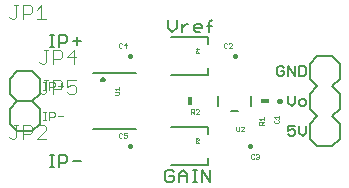
<source format=gbr>
G04 EAGLE Gerber RS-274X export*
G75*
%MOMM*%
%FSLAX34Y34*%
%LPD*%
%INSilkscreen Top*%
%IPPOS*%
%AMOC8*
5,1,8,0,0,1.08239X$1,22.5*%
G01*
%ADD10C,0.152400*%
%ADD11C,0.203200*%
%ADD12C,0.101600*%
%ADD13C,0.025400*%
%ADD14R,0.711200X0.406400*%
%ADD15R,0.406400X0.711200*%
%ADD16C,0.406400*%


D10*
X245159Y104485D02*
X243718Y105925D01*
X240837Y105925D01*
X239396Y104485D01*
X239396Y98723D01*
X240837Y97282D01*
X243718Y97282D01*
X245159Y98723D01*
X245159Y101604D01*
X242278Y101604D01*
X248752Y105925D02*
X248752Y97282D01*
X254514Y97282D02*
X248752Y105925D01*
X254514Y105925D02*
X254514Y97282D01*
X258107Y97282D02*
X258107Y105925D01*
X258107Y97282D02*
X262429Y97282D01*
X263869Y98723D01*
X263869Y104485D01*
X262429Y105925D01*
X258107Y105925D01*
X248752Y80525D02*
X248752Y74763D01*
X251633Y71882D01*
X254514Y74763D01*
X254514Y80525D01*
X259547Y71882D02*
X262429Y71882D01*
X263869Y73323D01*
X263869Y76204D01*
X262429Y77644D01*
X259547Y77644D01*
X258107Y76204D01*
X258107Y73323D01*
X259547Y71882D01*
X254514Y55125D02*
X248752Y55125D01*
X248752Y50804D01*
X251633Y52244D01*
X253073Y52244D01*
X254514Y50804D01*
X254514Y47923D01*
X253073Y46482D01*
X250192Y46482D01*
X248752Y47923D01*
X258107Y49363D02*
X258107Y55125D01*
X258107Y49363D02*
X260988Y46482D01*
X263869Y49363D01*
X263869Y55125D01*
D11*
X151644Y16264D02*
X149865Y18043D01*
X146306Y18043D01*
X144526Y16264D01*
X144526Y9146D01*
X146306Y7366D01*
X149865Y7366D01*
X151644Y9146D01*
X151644Y12705D01*
X148085Y12705D01*
X156220Y14484D02*
X156220Y7366D01*
X156220Y14484D02*
X159779Y18043D01*
X163338Y14484D01*
X163338Y7366D01*
X163338Y12705D02*
X156220Y12705D01*
X167914Y7366D02*
X171473Y7366D01*
X169693Y7366D02*
X169693Y18043D01*
X167914Y18043D02*
X171473Y18043D01*
X175710Y18043D02*
X175710Y7366D01*
X182828Y7366D02*
X175710Y18043D01*
X182828Y18043D02*
X182828Y7366D01*
X147066Y137925D02*
X147066Y145043D01*
X147066Y137925D02*
X150625Y134366D01*
X154184Y137925D01*
X154184Y145043D01*
X158760Y141484D02*
X158760Y134366D01*
X158760Y137925D02*
X162319Y141484D01*
X164099Y141484D01*
X170284Y134366D02*
X173844Y134366D01*
X170284Y134366D02*
X168505Y136146D01*
X168505Y139705D01*
X170284Y141484D01*
X173844Y141484D01*
X175623Y139705D01*
X175623Y137925D01*
X168505Y137925D01*
X181978Y134366D02*
X181978Y143264D01*
X183758Y145043D01*
X183758Y139705D02*
X180199Y139705D01*
X50295Y121666D02*
X46736Y121666D01*
X48516Y121666D02*
X48516Y132343D01*
X50295Y132343D02*
X46736Y132343D01*
X54532Y132343D02*
X54532Y121666D01*
X54532Y132343D02*
X59871Y132343D01*
X61650Y130564D01*
X61650Y127005D01*
X59871Y125225D01*
X54532Y125225D01*
X66226Y127005D02*
X73344Y127005D01*
X69785Y130564D02*
X69785Y123446D01*
X50295Y20066D02*
X46736Y20066D01*
X48516Y20066D02*
X48516Y30743D01*
X50295Y30743D02*
X46736Y30743D01*
X54532Y30743D02*
X54532Y20066D01*
X54532Y30743D02*
X59871Y30743D01*
X61650Y28964D01*
X61650Y25405D01*
X59871Y23625D01*
X54532Y23625D01*
X66226Y25405D02*
X73344Y25405D01*
D12*
X43521Y60198D02*
X41148Y60198D01*
X42334Y60198D02*
X42334Y67316D01*
X41148Y67316D02*
X43521Y67316D01*
X46137Y67316D02*
X46137Y60198D01*
X46137Y67316D02*
X49696Y67316D01*
X50883Y66130D01*
X50883Y63757D01*
X49696Y62571D01*
X46137Y62571D01*
X53622Y63757D02*
X58367Y63757D01*
X43521Y85598D02*
X41148Y85598D01*
X42334Y85598D02*
X42334Y92716D01*
X41148Y92716D02*
X43521Y92716D01*
X46137Y92716D02*
X46137Y85598D01*
X46137Y92716D02*
X49696Y92716D01*
X50883Y91530D01*
X50883Y89157D01*
X49696Y87971D01*
X46137Y87971D01*
X53622Y89157D02*
X58367Y89157D01*
X55994Y91530D02*
X55994Y86784D01*
D10*
X83570Y52580D02*
X119630Y52580D01*
X119630Y99820D02*
X83570Y99820D01*
D11*
X90258Y94234D02*
X90260Y94309D01*
X90266Y94384D01*
X90276Y94459D01*
X90289Y94533D01*
X90307Y94606D01*
X90328Y94678D01*
X90353Y94749D01*
X90382Y94818D01*
X90415Y94886D01*
X90450Y94952D01*
X90490Y95016D01*
X90532Y95078D01*
X90578Y95138D01*
X90627Y95195D01*
X90679Y95249D01*
X90733Y95301D01*
X90790Y95350D01*
X90850Y95396D01*
X90912Y95438D01*
X90976Y95478D01*
X91042Y95513D01*
X91110Y95546D01*
X91179Y95575D01*
X91250Y95600D01*
X91322Y95621D01*
X91395Y95639D01*
X91469Y95652D01*
X91544Y95662D01*
X91619Y95668D01*
X91694Y95670D01*
X91769Y95668D01*
X91844Y95662D01*
X91919Y95652D01*
X91993Y95639D01*
X92066Y95621D01*
X92138Y95600D01*
X92209Y95575D01*
X92278Y95546D01*
X92346Y95513D01*
X92412Y95478D01*
X92476Y95438D01*
X92538Y95396D01*
X92598Y95350D01*
X92655Y95301D01*
X92709Y95249D01*
X92761Y95195D01*
X92810Y95138D01*
X92856Y95078D01*
X92898Y95016D01*
X92938Y94952D01*
X92973Y94886D01*
X93006Y94818D01*
X93035Y94749D01*
X93060Y94678D01*
X93081Y94606D01*
X93099Y94533D01*
X93112Y94459D01*
X93122Y94384D01*
X93128Y94309D01*
X93130Y94234D01*
X93128Y94159D01*
X93122Y94084D01*
X93112Y94009D01*
X93099Y93935D01*
X93081Y93862D01*
X93060Y93790D01*
X93035Y93719D01*
X93006Y93650D01*
X92973Y93582D01*
X92938Y93516D01*
X92898Y93452D01*
X92856Y93390D01*
X92810Y93330D01*
X92761Y93273D01*
X92709Y93219D01*
X92655Y93167D01*
X92598Y93118D01*
X92538Y93072D01*
X92476Y93030D01*
X92412Y92990D01*
X92346Y92955D01*
X92278Y92922D01*
X92209Y92893D01*
X92138Y92868D01*
X92066Y92847D01*
X91993Y92829D01*
X91919Y92816D01*
X91844Y92806D01*
X91769Y92800D01*
X91694Y92798D01*
X91619Y92800D01*
X91544Y92806D01*
X91469Y92816D01*
X91395Y92829D01*
X91322Y92847D01*
X91250Y92868D01*
X91179Y92893D01*
X91110Y92922D01*
X91042Y92955D01*
X90976Y92990D01*
X90912Y93030D01*
X90850Y93072D01*
X90790Y93118D01*
X90733Y93167D01*
X90679Y93219D01*
X90627Y93273D01*
X90578Y93330D01*
X90532Y93390D01*
X90490Y93452D01*
X90450Y93516D01*
X90415Y93582D01*
X90382Y93650D01*
X90353Y93719D01*
X90328Y93790D01*
X90307Y93862D01*
X90289Y93935D01*
X90276Y94009D01*
X90266Y94084D01*
X90260Y94159D01*
X90258Y94234D01*
D13*
X101724Y81543D02*
X104901Y81543D01*
X105537Y82178D01*
X105537Y83449D01*
X104901Y84085D01*
X101724Y84085D01*
X102995Y85285D02*
X101724Y86556D01*
X105537Y86556D01*
X105537Y85285D02*
X105537Y87827D01*
D12*
X14395Y145796D02*
X12446Y147745D01*
X14395Y145796D02*
X16344Y145796D01*
X18293Y147745D01*
X18293Y157490D01*
X16344Y157490D02*
X20242Y157490D01*
X24140Y157490D02*
X24140Y145796D01*
X24140Y157490D02*
X29987Y157490D01*
X31936Y155541D01*
X31936Y151643D01*
X29987Y149694D01*
X24140Y149694D01*
X35834Y153592D02*
X39732Y157490D01*
X39732Y145796D01*
X35834Y145796D02*
X43630Y145796D01*
X12446Y46145D02*
X14395Y44196D01*
X16344Y44196D01*
X18293Y46145D01*
X18293Y55890D01*
X16344Y55890D02*
X20242Y55890D01*
X24140Y55890D02*
X24140Y44196D01*
X24140Y55890D02*
X29987Y55890D01*
X31936Y53941D01*
X31936Y50043D01*
X29987Y48094D01*
X24140Y48094D01*
X35834Y44196D02*
X43630Y44196D01*
X35834Y44196D02*
X43630Y51992D01*
X43630Y53941D01*
X41681Y55890D01*
X37783Y55890D01*
X35834Y53941D01*
D11*
X188976Y71906D02*
X188976Y80494D01*
X217424Y80494D02*
X217424Y71906D01*
X205884Y68096D02*
X200516Y68096D01*
D13*
X204733Y54486D02*
X204733Y51309D01*
X205368Y50673D01*
X206639Y50673D01*
X207275Y51309D01*
X207275Y54486D01*
X208475Y50673D02*
X211017Y50673D01*
X208475Y50673D02*
X211017Y53215D01*
X211017Y53851D01*
X210382Y54486D01*
X209110Y54486D01*
X208475Y53851D01*
D11*
X181100Y54100D02*
X181100Y48100D01*
X181100Y54100D02*
X149100Y54100D01*
X181100Y28100D02*
X181100Y22100D01*
X149100Y22100D01*
D13*
X170305Y40234D02*
X173101Y40234D01*
X170305Y40234D02*
X170305Y41632D01*
X170771Y42098D01*
X171703Y42098D01*
X172169Y41632D01*
X172169Y40234D01*
X172169Y41166D02*
X173101Y42098D01*
X170771Y43040D02*
X170305Y43507D01*
X170305Y44439D01*
X170771Y44905D01*
X171237Y44905D01*
X171703Y44439D01*
X171703Y43973D01*
X171703Y44439D02*
X172169Y44905D01*
X172635Y44905D01*
X173101Y44439D01*
X173101Y43507D01*
X172635Y43040D01*
D11*
X181100Y124300D02*
X181100Y130300D01*
X149100Y130300D01*
X181100Y104300D02*
X181100Y98300D01*
X149100Y98300D01*
D13*
X170305Y116434D02*
X173101Y116434D01*
X170305Y116434D02*
X170305Y117832D01*
X170771Y118298D01*
X171703Y118298D01*
X172169Y117832D01*
X172169Y116434D01*
X172169Y117366D02*
X173101Y118298D01*
X173101Y120639D02*
X170305Y120639D01*
X171703Y119240D01*
X171703Y121105D01*
D14*
X228600Y76200D03*
D13*
X228092Y56143D02*
X224279Y56143D01*
X224279Y58049D01*
X224914Y58685D01*
X226185Y58685D01*
X226821Y58049D01*
X226821Y56143D01*
X226821Y57414D02*
X228092Y58685D01*
X225550Y59885D02*
X224279Y61156D01*
X228092Y61156D01*
X228092Y59885D02*
X228092Y62427D01*
D15*
X165100Y76200D03*
D13*
X166633Y69091D02*
X166633Y65278D01*
X166633Y69091D02*
X168539Y69091D01*
X169175Y68456D01*
X169175Y67185D01*
X168539Y66549D01*
X166633Y66549D01*
X167904Y66549D02*
X169175Y65278D01*
X170375Y65278D02*
X172917Y65278D01*
X170375Y65278D02*
X172917Y67820D01*
X172917Y68456D01*
X172282Y69091D01*
X171010Y69091D01*
X170375Y68456D01*
D16*
X240995Y76200D02*
X241605Y76200D01*
D13*
X237614Y59955D02*
X236979Y59319D01*
X236979Y58048D01*
X237614Y57413D01*
X240156Y57413D01*
X240792Y58048D01*
X240792Y59319D01*
X240156Y59955D01*
X238250Y61155D02*
X236979Y62426D01*
X240792Y62426D01*
X240792Y61155D02*
X240792Y63697D01*
D16*
X203200Y113995D02*
X203200Y114605D01*
D13*
X196979Y124590D02*
X196344Y125225D01*
X195073Y125225D01*
X194437Y124590D01*
X194437Y122048D01*
X195073Y121412D01*
X196344Y121412D01*
X196979Y122048D01*
X198179Y121412D02*
X200721Y121412D01*
X198179Y121412D02*
X200721Y123954D01*
X200721Y124590D01*
X200086Y125225D01*
X198815Y125225D01*
X198179Y124590D01*
D16*
X215900Y38405D02*
X215900Y37795D01*
D13*
X219339Y30991D02*
X219975Y30356D01*
X219339Y30991D02*
X218068Y30991D01*
X217433Y30356D01*
X217433Y27814D01*
X218068Y27178D01*
X219339Y27178D01*
X219975Y27814D01*
X221175Y30356D02*
X221810Y30991D01*
X223082Y30991D01*
X223717Y30356D01*
X223717Y29720D01*
X223082Y29085D01*
X222446Y29085D01*
X223082Y29085D02*
X223717Y28449D01*
X223717Y27814D01*
X223082Y27178D01*
X221810Y27178D01*
X221175Y27814D01*
D11*
X273050Y88900D02*
X266700Y95250D01*
X266700Y107950D01*
X273050Y114300D01*
X285750Y114300D02*
X292100Y107950D01*
X292100Y95250D01*
X285750Y88900D01*
X266700Y57150D02*
X266700Y44450D01*
X266700Y57150D02*
X273050Y63500D01*
X285750Y63500D02*
X292100Y57150D01*
X273050Y63500D02*
X266700Y69850D01*
X266700Y82550D01*
X273050Y88900D01*
X285750Y88900D02*
X292100Y82550D01*
X292100Y69850D01*
X285750Y63500D01*
X285750Y38100D02*
X273050Y38100D01*
X266700Y44450D01*
X285750Y38100D02*
X292100Y44450D01*
X292100Y57150D01*
X285750Y114300D02*
X273050Y114300D01*
D16*
X114300Y114605D02*
X114300Y113995D01*
D13*
X108079Y124590D02*
X107444Y125225D01*
X106173Y125225D01*
X105537Y124590D01*
X105537Y122048D01*
X106173Y121412D01*
X107444Y121412D01*
X108079Y122048D01*
X111186Y121412D02*
X111186Y125225D01*
X109279Y123319D01*
X111821Y123319D01*
D16*
X114300Y38405D02*
X114300Y37795D01*
D13*
X108079Y48390D02*
X107444Y49025D01*
X106173Y49025D01*
X105537Y48390D01*
X105537Y45848D01*
X106173Y45212D01*
X107444Y45212D01*
X108079Y45848D01*
X109279Y49025D02*
X111821Y49025D01*
X109279Y49025D02*
X109279Y47119D01*
X110550Y47754D01*
X111186Y47754D01*
X111821Y47119D01*
X111821Y45848D01*
X111186Y45212D01*
X109915Y45212D01*
X109279Y45848D01*
D11*
X38100Y95250D02*
X31750Y101600D01*
X19050Y101600D01*
X12700Y95250D01*
X12700Y82550D01*
X19050Y76200D01*
X31750Y76200D01*
X38100Y82550D01*
X38100Y95250D01*
D12*
X39795Y107696D02*
X37846Y109645D01*
X39795Y107696D02*
X41744Y107696D01*
X43693Y109645D01*
X43693Y119390D01*
X41744Y119390D02*
X45642Y119390D01*
X49540Y119390D02*
X49540Y107696D01*
X49540Y119390D02*
X55387Y119390D01*
X57336Y117441D01*
X57336Y113543D01*
X55387Y111594D01*
X49540Y111594D01*
X67081Y107696D02*
X67081Y119390D01*
X61234Y113543D01*
X69030Y113543D01*
D11*
X31750Y76200D02*
X38100Y69850D01*
X31750Y76200D02*
X19050Y76200D01*
X12700Y69850D01*
X12700Y57150D01*
X19050Y50800D01*
X31750Y50800D01*
X38100Y57150D01*
X38100Y69850D01*
D12*
X39795Y82296D02*
X37846Y84245D01*
X39795Y82296D02*
X41744Y82296D01*
X43693Y84245D01*
X43693Y93990D01*
X41744Y93990D02*
X45642Y93990D01*
X49540Y93990D02*
X49540Y82296D01*
X49540Y93990D02*
X55387Y93990D01*
X57336Y92041D01*
X57336Y88143D01*
X55387Y86194D01*
X49540Y86194D01*
X61234Y93990D02*
X69030Y93990D01*
X61234Y93990D02*
X61234Y88143D01*
X65132Y90092D01*
X67081Y90092D01*
X69030Y88143D01*
X69030Y84245D01*
X67081Y82296D01*
X63183Y82296D01*
X61234Y84245D01*
M02*

</source>
